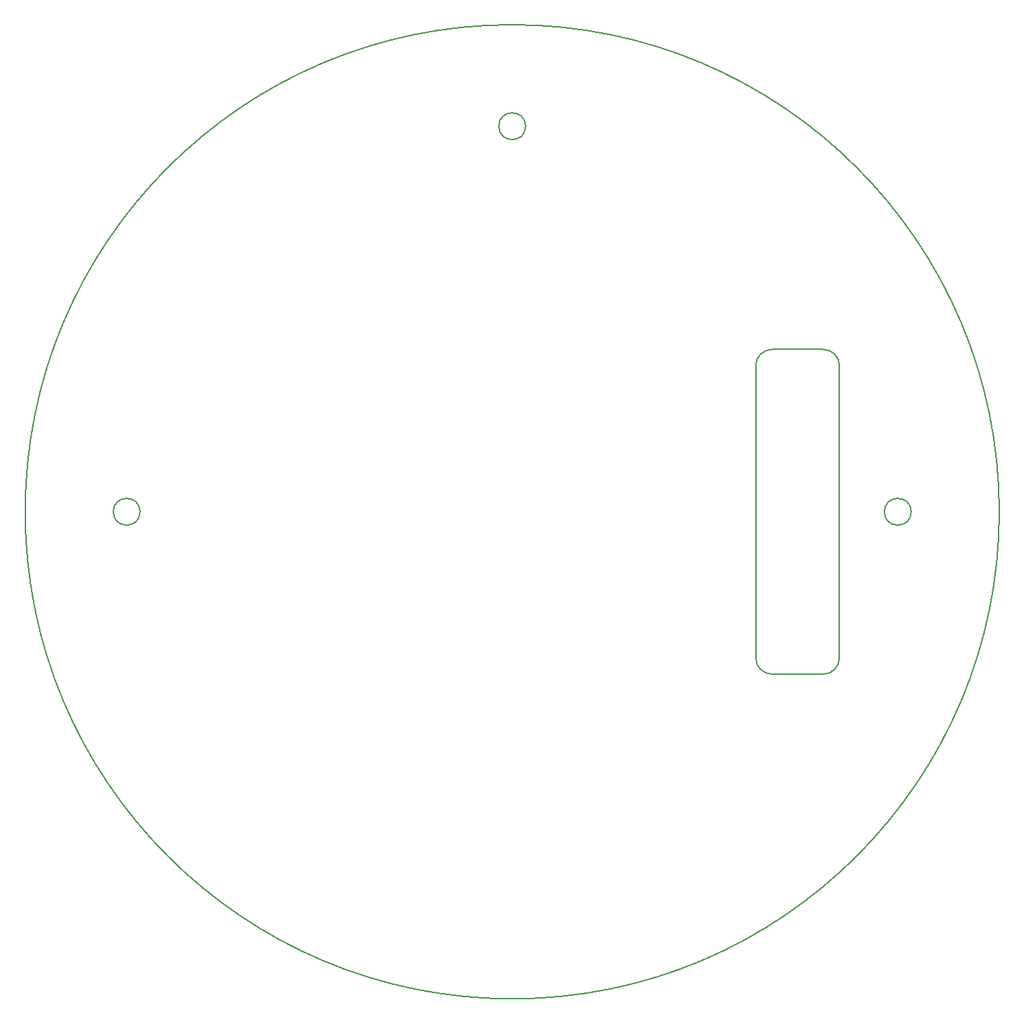
<source format=gbr>
%TF.GenerationSoftware,KiCad,Pcbnew,7.0.9*%
%TF.CreationDate,2025-01-15T18:16:51+09:00*%
%TF.ProjectId,ESP32,45535033-322e-46b6-9963-61645f706362,rev?*%
%TF.SameCoordinates,Original*%
%TF.FileFunction,Profile,NP*%
%FSLAX46Y46*%
G04 Gerber Fmt 4.6, Leading zero omitted, Abs format (unit mm)*
G04 Created by KiCad (PCBNEW 7.0.9) date 2025-01-15 18:16:51*
%MOMM*%
%LPD*%
G01*
G04 APERTURE LIST*
%TA.AperFunction,Profile*%
%ADD10C,0.200000*%
%TD*%
G04 APERTURE END LIST*
D10*
X160391289Y-82710000D02*
X160391289Y-118710000D01*
X150080000Y-118710000D02*
X150080000Y-82710000D01*
X74230000Y-100710000D02*
G75*
G03*
X74230000Y-100710000I-1650000J0D01*
G01*
X158391289Y-120709989D02*
G75*
G03*
X160391289Y-118710000I11J1999989D01*
G01*
X152080000Y-80710000D02*
G75*
G03*
X150080000Y-82710000I0J-2000000D01*
G01*
X160391300Y-82710000D02*
G75*
G03*
X158391289Y-80710000I-2000000J0D01*
G01*
X158391289Y-120710000D02*
X152080000Y-120710000D01*
X121730000Y-53210000D02*
G75*
G03*
X121730000Y-53210000I-1650000J0D01*
G01*
X152080000Y-80710000D02*
X158391289Y-80710000D01*
X150080000Y-118710000D02*
G75*
G03*
X152080000Y-120710000I2000000J0D01*
G01*
X169230000Y-100710000D02*
G75*
G03*
X169230000Y-100710000I-1650000J0D01*
G01*
X180080000Y-100710000D02*
G75*
G03*
X180080000Y-100710000I-60000000J0D01*
G01*
M02*

</source>
